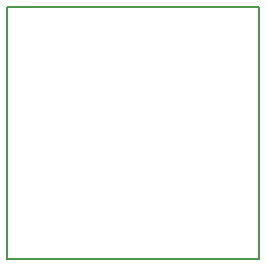
<source format=gko>
G04 DipTrace 2.4.0.2*
%INcleduino_V1_finial_BoardOutline.gbr*%
%MOIN*%
%ADD11C,0.006*%
%FSLAX44Y44*%
G04*
G70*
G90*
G75*
G01*
%LNBoardOutline*%
%LPD*%
X3940Y12340D2*
D11*
X12340D1*
Y3940D1*
X3940D1*
Y12340D1*
M02*

</source>
